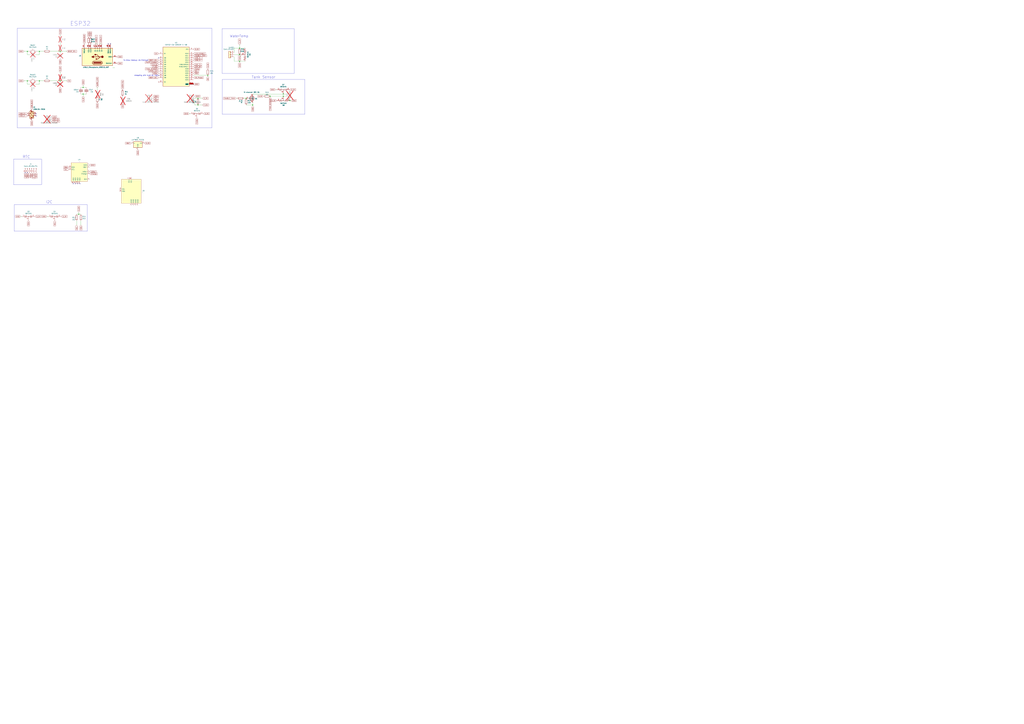
<source format=kicad_sch>
(kicad_sch (version 20250114) (generator "eeschema") (generator_version "9.0")
  (paper "A0")
  (title_block (title "Plant Controller") (date "2020-12-21") (rev "0.4a") (company "C3MA"))
  (lib_symbols
    (symbol "Connector:Conn_01x06_Pin" (pin_names (offset 1.016) (hide yes))
      (property "Reference" "J" (at 0 7.62 0))
      (property "Value" "Conn_01x06_Pin" (at 0 -10.16 0))
      (symbol "Conn_01x06_Pin_1_1"
        (rectangle (start 0.8636 5.207) (end 0 4.953) (stroke (width 0.1524)) (fill (type outline)))
        (rectangle (start 0.8636 2.667) (end 0 2.413) (stroke (width 0.1524)) (fill (type outline)))
        (rectangle (start 0.8636 0.127) (end 0 -0.127) (stroke (width 0.1524)) (fill (type outline)))
        (rectangle (start 0.8636 -2.413) (end 0 -2.667) (stroke (width 0.1524)) (fill (type outline)))
        (rectangle (start 0.8636 -4.953) (end 0 -5.207) (stroke (width 0.1524)) (fill (type outline)))
        (rectangle (start 0.8636 -7.493) (end 0 -7.747) (stroke (width 0.1524)) (fill (type outline)))
        (polyline (pts (xy 1.27 5.08) (xy 0.8636 5.08)) (stroke (width 0.1524)))
        (polyline (pts (xy 1.27 2.54) (xy 0.8636 2.54)) (stroke (width 0.1524)))
        (polyline (pts (xy 1.27 0) (xy 0.8636 0)) (stroke (width 0.1524)))
        (polyline (pts (xy 1.27 -2.54) (xy 0.8636 -2.54)) (stroke (width 0.1524)))
        (polyline (pts (xy 1.27 -5.08) (xy 0.8636 -5.08)) (stroke (width 0.1524)))
        (polyline (pts (xy 1.27 -7.62) (xy 0.8636 -7.62)) (stroke (width 0.1524)))
        (pin passive line (at 5.08 5.08 180) (length 3.81) (name "Pin_1") (number "1"))
        (pin passive line (at 5.08 2.54 180) (length 3.81) (name "Pin_2") (number "2"))
        (pin passive line (at 5.08 0 180) (length 3.81) (name "Pin_3") (number "3"))
        (pin passive line (at 5.08 -2.54 180) (length 3.81) (name "Pin_4") (number "4"))
        (pin passive line (at 5.08 -5.08 180) (length 3.81) (name "Pin_5") (number "5"))
        (pin passive line (at 5.08 -7.62 180) (length 3.81) (name "Pin_6") (number "6"))
      )
    )
    (symbol "Connector:USB_C_Receptacle_USB2.0_16P" (pin_names (offset 1.016))
      (property "Reference" "J" (at 0 22.225 0))
      (property "Value" "USB_C_Receptacle_USB2.0_16P" (at 0 19.685 0))
      (symbol "USB_C_Receptacle_USB2.0_16P_0_0"
        (rectangle (start -0.254 -17.78) (end 0.254 -16.764))
        (rectangle (start 10.16 15.494) (end 9.144 14.986))
        (rectangle (start 10.16 10.414) (end 9.144 9.906))
        (rectangle (start 10.16 7.874) (end 9.144 7.366))
        (rectangle (start 10.16 2.794) (end 9.144 2.286))
        (rectangle (start 10.16 0.254) (end 9.144 -0.254))
        (rectangle (start 10.16 -2.286) (end 9.144 -2.794))
        (rectangle (start 10.16 -4.826) (end 9.144 -5.334))
        (rectangle (start 10.16 -12.446) (end 9.144 -12.954))
        (rectangle (start 10.16 -14.986) (end 9.144 -15.494))
      )
      (symbol "USB_C_Receptacle_USB2.0_16P_0_1"
        (rectangle (start -10.16 17.78) (end 10.16 -17.78) (stroke (width 0.254)) (fill (type background)))
        (polyline (pts (xy -8.89 -3.81) (xy -8.89 3.81)) (stroke (width 0.508)))
        (rectangle (start -7.62 -3.81) (end -6.35 3.81) (stroke (width 0.254)) (fill (type outline)))
        (arc (start -7.62 3.81) (mid -6.985 4.4423) (end -6.35 3.81) (stroke (width 0.254)))
        (arc (start -7.62 3.81) (mid -6.985 4.4423) (end -6.35 3.81) (stroke (width 0.254)) (fill (type outline)))
        (arc (start -8.89 3.81) (mid -6.985 5.7067) (end -5.08 3.81) (stroke (width 0.508)))
        (arc (start -5.08 -3.81) (mid -6.985 -5.7067) (end -8.89 -3.81) (stroke (width 0.508)))
        (arc (start -6.35 -3.81) (mid -6.985 -4.4423) (end -7.62 -3.81) (stroke (width 0.254)))
        (arc (start -6.35 -3.81) (mid -6.985 -4.4423) (end -7.62 -3.81) (stroke (width 0.254)) (fill (type outline)))
        (polyline (pts (xy -5.08 3.81) (xy -5.08 -3.81)) (stroke (width 0.508)))
        (circle (center -2.54 1.143) (radius 0.635) (stroke (width 0.254)) (fill (type outline)))
        (polyline (pts (xy -1.27 4.318) (xy 0 6.858) (xy 1.27 4.318) (xy -1.27 4.318)) (stroke (width 0.254)) (fill (type outline)))
        (polyline (pts (xy 0 -2.032) (xy 2.54 0.508) (xy 2.54 1.778)) (stroke (width 0.508)))
        (polyline (pts (xy 0 -3.302) (xy -2.54 -0.762) (xy -2.54 0.508)) (stroke (width 0.508)))
        (polyline (pts (xy 0 -5.842) (xy 0 4.318)) (stroke (width 0.508)))
        (circle (center 0 -5.842) (radius 1.27) (fill (type outline)))
        (rectangle (start 1.905 1.778) (end 3.175 3.048) (stroke (width 0.254)) (fill (type outline)))
      )
      (symbol "USB_C_Receptacle_USB2.0_16P_1_1"
        (pin passive line (at -7.62 -22.86 90) (length 5.08) (name "SHIELD") (number "S1"))
        (pin passive line (at 0 -22.86 90) (length 5.08) (name "GND") (number "A1"))
        (pin passive line (at 0 -22.86 90) (length 5.08) (hide yes) (name "GND") (number "A12"))
        (pin passive line (at 0 -22.86 90) (length 5.08) (hide yes) (name "GND") (number "B1"))
        (pin passive line (at 0 -22.86 90) (length 5.08) (hide yes) (name "GND") (number "B12"))
        (pin passive line (at 15.24 15.24 180) (length 5.08) (name "VBUS") (number "A4"))
        (pin passive line (at 15.24 15.24 180) (length 5.08) (hide yes) (name "VBUS") (number "A9"))
        (pin passive line (at 15.24 15.24 180) (length 5.08) (hide yes) (name "VBUS") (number "B4"))
        (pin passive line (at 15.24 15.24 180) (length 5.08) (hide yes) (name "VBUS") (number "B9"))
        (pin bidirectional line (at 15.24 10.16 180) (length 5.08) (name "CC1") (number "A5"))
        (pin bidirectional line (at 15.24 7.62 180) (length 5.08) (name "CC2") (number "B5"))
        (pin bidirectional line (at 15.24 2.54 180) (length 5.08) (name "D-") (number "A7"))
        (pin bidirectional line (at 15.24 0 180) (length 5.08) (name "D-") (number "B7"))
        (pin bidirectional line (at 15.24 -2.54 180) (length 5.08) (name "D+") (number "A6"))
        (pin bidirectional line (at 15.24 -5.08 180) (length 5.08) (name "D+") (number "B6"))
        (pin bidirectional line (at 15.24 -12.7 180) (length 5.08) (name "SBU1") (number "A8"))
        (pin bidirectional line (at 15.24 -15.24 180) (length 5.08) (name "SBU2") (number "B8"))
      )
    )
    (symbol "Connector_Generic:Conn_01x03" (pin_names (offset 1.016) (hide yes))
      (property "Reference" "J" (at 0 5.08 0))
      (property "Value" "Conn_01x03" (at 0 -5.08 0))
      (symbol "Conn_01x03_1_1"
        (rectangle (start -1.27 3.81) (end 1.27 -3.81) (stroke (width 0.254)) (fill (type background)))
        (rectangle (start -1.27 2.667) (end 0 2.413) (stroke (width 0.1524)))
        (rectangle (start -1.27 0.127) (end 0 -0.127) (stroke (width 0.1524)))
        (rectangle (start -1.27 -2.413) (end 0 -2.667) (stroke (width 0.1524)))
        (pin passive line (at -5.08 2.54 0) (length 3.81) (name "Pin_1") (number "1"))
        (pin passive line (at -5.08 0 0) (length 3.81) (name "Pin_2") (number "2"))
        (pin passive line (at -5.08 -2.54 0) (length 3.81) (name "Pin_3") (number "3"))
      )
    )
    (symbol "Connector_Generic_MountingPin:Conn_01x02_MountingPin" (pin_names (offset 1.016) (hide yes))
      (property "Reference" "J" (at 0 2.54 0))
      (property "Value" "Conn_01x02_MountingPin" (at 1.27 -5.08 0))
      (symbol "Conn_01x02_MountingPin_1_1"
        (rectangle (start -1.27 1.27) (end 1.27 -3.81) (stroke (width 0.254)) (fill (type background)))
        (rectangle (start -1.27 0.127) (end 0 -0.127) (stroke (width 0.1524)))
        (rectangle (start -1.27 -2.413) (end 0 -2.667) (stroke (width 0.1524)))
        (polyline (pts (xy -1.016 -4.572) (xy 1.016 -4.572)) (stroke (width 0.1524)))
        (text "Mounting" (at 0 -4.191 0) (effects (font (size 0.381 0.381))))
        (pin passive line (at -5.08 0 0) (length 3.81) (name "Pin_1") (number "1"))
        (pin passive line (at -5.08 -2.54 0) (length 3.81) (name "Pin_2") (number "2"))
        (pin passive line (at 0 -7.62 90) (length 3.048) (name "MountPin") (number "MP"))
      )
    )
    (symbol "Device:C" (pin_numbers (hide yes)) (pin_names (offset 0.254))
      (property "Reference" "C" (at 0.635 2.54 0))
      (property "Value" "C" (at 0.635 -2.54 0))
      (symbol "C_0_1"
        (polyline (pts (xy -2.032 0.762) (xy 2.032 0.762)) (stroke (width 0.508)))
        (polyline (pts (xy -2.032 -0.762) (xy 2.032 -0.762)) (stroke (width 0.508)))
      )
      (symbol "C_1_1"
        (pin passive line (at 0 3.81 270) (length 2.794) (name "~") (number "1"))
        (pin passive line (at 0 -3.81 90) (length 2.794) (name "~") (number "2"))
      )
    )
    (symbol "Device:LED" (pin_numbers (hide yes)) (pin_names (offset 1.016) (hide yes))
      (property "Reference" "D" (at 0 2.54 0))
      (property "Value" "LED" (at 0 -2.54 0))
      (symbol "LED_0_1"
        (polyline (pts (xy -3.048 -0.762) (xy -4.572 -2.286) (xy -3.81 -2.286) (xy -4.572 -2.286) (xy -4.572 -1.524)))
        (polyline (pts (xy -1.778 -0.762) (xy -3.302 -2.286) (xy -2.54 -2.286) (xy -3.302 -2.286) (xy -3.302 -1.524)))
        (polyline (pts (xy -1.27 0) (xy 1.27 0)))
        (polyline (pts (xy -1.27 -1.27) (xy -1.27 1.27)) (stroke (width 0.254)))
        (polyline (pts (xy 1.27 -1.27) (xy 1.27 1.27) (xy -1.27 0) (xy 1.27 -1.27)) (stroke (width 0.254)))
      )
      (symbol "LED_1_1"
        (pin passive line (at -3.81 0 0) (length 2.54) (name "K") (number "1"))
        (pin passive line (at 3.81 0 180) (length 2.54) (name "A") (number "2"))
      )
    )
    (symbol "Device:R" (pin_numbers (hide yes)) (pin_names (offset 0))
      (property "Reference" "R" (at 2.032 0 90))
      (property "Value" "R" (at 0 0 90))
      (symbol "R_0_1"
        (rectangle (start -1.016 -2.54) (end 1.016 2.54) (stroke (width 0.254)))
      )
      (symbol "R_1_1"
        (pin passive line (at 0 3.81 270) (length 1.27) (name "~") (number "1"))
        (pin passive line (at 0 -3.81 90) (length 1.27) (name "~") (number "2"))
      )
    )
    (symbol "Diode:BAS40-04" (pin_names (offset 1.016))
      (property "Reference" "D" (at 0.635 -1.27 0))
      (property "Value" "BAS40-04" (at -6.35 5.715 0))
      (symbol "BAS40-04_0_1"
        (polyline (pts (xy -4.445 3.81) (xy -4.445 1.27) (xy -2.54 2.54) (xy -4.445 3.81)))
        (polyline (pts (xy -3.81 2.54) (xy -1.27 2.54)))
        (polyline (pts (xy -3.175 1.27) (xy -3.175 1.524)))
        (polyline (pts (xy -2.54 3.81) (xy -1.905 3.81)))
        (polyline (pts (xy -2.54 1.27) (xy -3.175 1.27)))
        (polyline (pts (xy -2.54 1.27) (xy -2.54 3.81)))
        (polyline (pts (xy -1.905 3.81) (xy -1.905 3.556)))
        (polyline (pts (xy -1.905 2.54) (xy 1.905 2.54)))
        (circle (center 0 2.54) (radius 0.254) (fill (type outline)))
        (polyline (pts (xy 1.27 2.54) (xy 3.81 2.54)))
        (polyline (pts (xy 1.905 3.81) (xy 1.905 1.27) (xy 3.81 2.54) (xy 1.905 3.81)))
        (polyline (pts (xy 3.175 1.27) (xy 3.175 1.524)))
        (polyline (pts (xy 3.81 3.81) (xy 4.445 3.81)))
        (polyline (pts (xy 3.81 1.27) (xy 3.175 1.27)))
        (polyline (pts (xy 3.81 1.27) (xy 3.81 3.81)))
        (polyline (pts (xy 4.445 3.81) (xy 4.445 3.556)))
      )
      (symbol "BAS40-04_1_1"
        (pin passive line (at -7.62 2.54 0) (length 3.81) (name "~") (number "1"))
        (pin passive line (at 0 -2.54 90) (length 5.08) (name "~") (number "3"))
        (pin passive line (at 7.62 2.54 180) (length 3.81) (name "~") (number "2"))
      )
    )
    (symbol "ESP32-C6-WROOM-1-N8:ESP32-C6-WROOM-1-N8" (pin_names (offset 1.016))
      (property "Reference" "U" (at -15.24 23.622 0))
      (property "Value" "ESP32-C6-WROOM-1-N8" (at -15.24 -25.4 0))
      (symbol "ESP32-C6-WROOM-1-N8_0_0"
        (rectangle (start -15.24 -22.86) (end 15.24 22.86) (stroke (width 0.254)) (fill (type background)))
        (pin input line (at -20.32 15.24 0) (length 5.08) (name "EN") (number "3"))
        (pin bidirectional line (at -20.32 10.16 0) (length 5.08) (name "IO0") (number "8"))
        (pin bidirectional line (at -20.32 7.62 0) (length 5.08) (name "IO1") (number "9"))
        (pin bidirectional line (at -20.32 5.08 0) (length 5.08) (name "IO2") (number "27"))
        (pin bidirectional line (at -20.32 2.54 0) (length 5.08) (name "IO3") (number "26"))
        (pin bidirectional line (at -20.32 0 0) (length 5.08) (name "IO4") (number "4"))
        (pin bidirectional line (at -20.32 -2.54 0) (length 5.08) (name "IO5") (number "5"))
        (pin bidirectional line (at -20.32 -5.08 0) (length 5.08) (name "IO6") (number "6"))
        (pin bidirectional line (at -20.32 -7.62 0) (length 5.08) (name "IO7") (number "7"))
        (pin bidirectional line (at -20.32 -10.16 0) (length 5.08) (name "IO8") (number "10"))
        (pin bidirectional line (at -20.32 -12.7 0) (length 5.08) (name "IO9") (number "15"))
        (pin no_connect line (at -20.32 -17.78 0) (length 5.08) (name "NC") (number "22"))
        (pin power_in line (at 20.32 20.32 180) (length 5.08) (name "3V3") (number "2"))
        (pin bidirectional line (at 20.32 15.24 180) (length 5.08) (name "IO10") (number "11"))
        (pin bidirectional line (at 20.32 12.7 180) (length 5.08) (name "IO11") (number "12"))
        (pin bidirectional line (at 20.32 10.16 180) (length 5.08) (name "IO12") (number "13"))
        (pin bidirectional line (at 20.32 7.62 180) (length 5.08) (name "IO13") (number "14"))
        (pin bidirectional line (at 20.32 5.08 180) (length 5.08) (name "IO15") (number "23"))
        (pin bidirectional line (at 20.32 2.54 180) (length 5.08) (name "TXD0/GPIO16") (number "25"))
        (pin bidirectional line (at 20.32 0 180) (length 5.08) (name "RXD0/GPIO17") (number "24"))
        (pin bidirectional line (at 20.32 -2.54 180) (length 5.08) (name "IO18") (number "16"))
        (pin bidirectional line (at 20.32 -5.08 180) (length 5.08) (name "IO19") (number "17"))
        (pin bidirectional line (at 20.32 -7.62 180) (length 5.08) (name "IO20") (number "18"))
        (pin bidirectional line (at 20.32 -10.16 180) (length 5.08) (name "IO21") (number "19"))
        (pin bidirectional line (at 20.32 -12.7 180) (length 5.08) (name "IO22") (number "20"))
        (pin bidirectional line (at 20.32 -15.24 180) (length 5.08) (name "IO23") (number "21"))
        (pin power_in line (at 20.32 -20.32 180) (length 5.08) (name "GND") (number "1"))
        (pin power_in line (at 20.32 -20.32 180) (length 5.08) (name "GND") (number "28"))
        (pin power_in line (at 20.32 -20.32 180) (length 5.08) (name "GND") (number "29_1"))
        (pin power_in line (at 20.32 -20.32 180) (length 5.08) (name "GND") (number "29_2"))
        (pin power_in line (at 20.32 -20.32 180) (length 5.08) (name "GND") (number "29_3"))
        (pin power_in line (at 20.32 -20.32 180) (length 5.08) (name "GND") (number "29_4"))
        (pin power_in line (at 20.32 -20.32 180) (length 5.08) (name "GND") (number "29_5"))
        (pin power_in line (at 20.32 -20.32 180) (length 5.08) (name "GND") (number "29_6"))
        (pin power_in line (at 20.32 -20.32 180) (length 5.08) (name "GND") (number "29_7"))
        (pin power_in line (at 20.32 -20.32 180) (length 5.08) (name "GND") (number "29_8"))
        (pin power_in line (at 20.32 -20.32 180) (length 5.08) (name "GND") (number "29_9"))
      )
      (symbol "ESP32-C6-WROOM-1-N8_1_0"
        (pin power_in line (at 20.32 -20.32 180) (length 5.08) (name "GND") (number "30_1"))
        (pin power_in line (at 20.32 -20.32 180) (length 5.08) (name "GND") (number "30_10"))
        (pin power_in line (at 20.32 -20.32 180) (length 5.08) (name "GND") (number "30_11"))
        (pin power_in line (at 20.32 -20.32 180) (length 5.08) (name "GND") (number "30_12"))
        (pin power_in line (at 20.32 -20.32 180) (length 5.08) (name "GND") (number "30_2"))
        (pin power_in line (at 20.32 -20.32 180) (length 5.08) (name "GND") (number "30_3"))
        (pin power_in line (at 20.32 -20.32 180) (length 5.08) (name "GND") (number "30_4"))
        (pin power_in line (at 20.32 -20.32 180) (length 5.08) (name "GND") (number "30_5"))
        (pin power_in line (at 20.32 -20.32 180) (length 5.08) (name "GND") (number "30_6"))
        (pin power_in line (at 20.32 -20.32 180) (length 5.08) (name "GND") (number "30_7"))
        (pin power_in line (at 20.32 -20.32 180) (length 5.08) (name "GND") (number "30_8"))
        (pin power_in line (at 20.32 -20.32 180) (length 5.08) (name "GND") (number "30_9"))
      )
    )
    (symbol "ESP32-DEVKITC-32D:SL2300" (pin_names (offset 1.016))
      (property "Reference" "Q" (at 0 0 0))
      (property "Value" "SL2300" (at 7.62 0 0))
      (symbol "SL2300_1_1"
        (polyline (pts (xy -1.016 1.905) (xy -1.016 -1.905)) (stroke (width 0.254)))
        (polyline (pts (xy -1.016 0) (xy -3.81 0)))
        (polyline (pts (xy -0.508 2.286) (xy -0.508 1.27)) (stroke (width 0.254)))
        (polyline (pts (xy -0.508 0.508) (xy -0.508 -0.508)) (stroke (width 0.254)))
        (polyline (pts (xy -0.508 -1.27) (xy -0.508 -2.286)) (stroke (width 0.254)))
        (polyline (pts (xy -0.508 -1.778) (xy 2.032 -1.778) (xy 2.032 1.778) (xy -0.508 1.778)))
        (polyline (pts (xy -0.254 0) (xy 0.762 0.381) (xy 0.762 -0.381) (xy -0.254 0)) (fill (type outline)))
        (circle (center 0.381 0) (radius 2.794) (stroke (width 0.254)))
        (polyline (pts (xy 1.27 2.54) (xy 1.27 1.778)))
        (circle (center 1.27 1.778) (radius 0.254) (fill (type outline)))
        (circle (center 1.27 -1.778) (radius 0.254) (fill (type outline)))
        (polyline (pts (xy 1.27 -2.54) (xy 1.27 0) (xy -0.508 0)))
        (polyline (pts (xy 1.524 0.508) (xy 1.651 0.381) (xy 2.413 0.381) (xy 2.54 0.254)))
        (polyline (pts (xy 2.032 0.381) (xy 1.651 -0.254) (xy 2.413 -0.254) (xy 2.032 0.381)))
        (pin input line (at -6.35 0 0) (length 2.54) (name "G") (number "1"))
        (pin passive line (at 1.27 5.08 270) (length 2.54) (name "D") (number "3"))
        (pin passive line (at 1.27 -5.08 90) (length 2.54) (name "S") (number "2"))
      )
    )
    (symbol "MPPT:MPPT"
      (property "Reference" "U" (at 0 0 0))
      (symbol "MPPT_1_1"
        (rectangle (start -10.16 -1.27) (end 8.89 -22.86) (fill (type background)))
        (pin input line (at -12.7 -6.35 0) (length 2.54) (name "SDA") (number "6"))
        (pin input line (at -12.7 -8.89 0) (length 2.54) (name "SCL") (number "5"))
        (pin power_out line (at -7.62 -25.4 90) (length 2.54) (name "GND") (number "8"))
        (pin power_out line (at -5.08 -25.4 90) (length 2.54) (name "GND") (number "9"))
        (pin power_out line (at -2.54 -25.4 90) (length 2.54) (name "GND") (number "10"))
        (pin power_out line (at 0 -25.4 90) (length 2.54) (name "GND") (number "11"))
        (pin power_out line (at 11.43 -3.81 180) (length 2.54) (name "GND") (number "7"))
        (pin power_out line (at 11.43 -6.35 180) (length 2.54) (name "VBAT") (number "1"))
        (pin output line (at 11.43 -11.43 180) (length 2.54) (name "IsDay") (number "2"))
        (pin input line (at 11.43 -13.97 180) (length 2.54) (name "Charge") (number "3"))
        (pin input line (at 11.43 -20.32 180) (length 2.54) (name "3V3") (number "4"))
      )
    )
    (symbol "Modules:Pump_Output"
      (property "Reference" "U" (at -6.35 15.24 0))
      (symbol "Pump_Output_1_1"
        (rectangle (start -12.7 12.7) (end 10.16 -15.24) (fill (type background)))
        (pin bidirectional line (at -15.24 1.27 0) (length 2.54) (name "SCL") (number "5"))
        (pin bidirectional line (at -15.24 -1.27 0) (length 2.54) (name "SDA") (number "6"))
        (pin power_in line (at -3.81 15.24 270) (length 2.54) (name "3V3") (number "7"))
        (pin power_in line (at -1.27 15.24 270) (length 2.54) (name "VCC") (number "8"))
        (pin power_in line (at -1.27 -17.78 90) (length 2.54) (name "GND") (number "1"))
        (pin power_in line (at 1.27 -17.78 90) (length 2.54) (name "GND") (number "2"))
        (pin power_in line (at 3.81 -17.78 90) (length 2.54) (name "GND") (number "3"))
        (pin power_in line (at 6.35 -17.78 90) (length 2.54) (name "GND") (number "4"))
      )
    )
    (symbol "Power_Protection:USBLC6-2SC6" (pin_names (hide yes))
      (property "Reference" "U" (at 0.635 5.715 0))
      (property "Value" "USBLC6-2SC6" (at 0.635 3.81 0))
      (symbol "USBLC6-2SC6_0_0"
        (circle (center -1.524 0) (radius 0.0001) (stroke (width 0.508)))
        (circle (center -0.508 2.032) (radius 0.0001) (stroke (width 0.508)))
        (circle (center -0.508 -4.572) (radius 0.0001) (stroke (width 0.508)))
        (circle (center 0.508 2.032) (radius 0.0001) (stroke (width 0.508)))
        (circle (center 0.508 -4.572) (radius 0.0001) (stroke (width 0.508)))
        (circle (center 1.524 -2.54) (radius 0.0001) (stroke (width 0.508)))
      )
      (symbol "USBLC6-2SC6_0_1"
        (polyline (pts (xy -2.54 0) (xy 2.54 0)))
        (polyline (pts (xy -2.54 -2.54) (xy 2.54 -2.54)))
        (polyline (pts (xy -2.032 0.508) (xy -1.016 0.508) (xy -1.524 1.524) (xy -2.032 0.508)))
        (polyline (pts (xy -2.032 -3.048) (xy -1.016 -3.048)))
        (polyline (pts (xy -1.016 1.524) (xy -2.032 1.524)))
        (polyline (pts (xy -1.016 -4.064) (xy -2.032 -4.064) (xy -1.524 -3.048) (xy -1.016 -4.064)))
        (polyline (pts (xy -0.508 -1.143) (xy -0.508 -0.762) (xy 0.508 -0.762)))
        (polyline (pts (xy 0 2.54) (xy -0.508 2.032) (xy 0.508 2.032) (xy 0 1.524) (xy 0 -4.064) (xy -0.508 -4.572) (xy 0.508 -4.572) (xy 0 -5.08)))
        (polyline (pts (xy 0.508 -1.778) (xy -0.508 -1.778) (xy 0 -0.762) (xy 0.508 -1.778)))
        (polyline (pts (xy 1.016 1.524) (xy 2.032 1.524)))
        (polyline (pts (xy 1.016 -3.048) (xy 2.032 -3.048)))
        (polyline (pts (xy 2.032 0.508) (xy 1.016 0.508) (xy 1.524 1.524) (xy 2.032 0.508)))
        (polyline (pts (xy 2.032 -4.064) (xy 1.016 -4.064) (xy 1.524 -3.048) (xy 2.032 -4.064)))
      )
      (symbol "USBLC6-2SC6_1_1"
        (rectangle (start -2.54 2.794) (end 2.54 -5.334) (stroke (width 0.254)) (fill (type background)))
        (polyline (pts (xy -0.508 2.032) (xy -1.524 2.032) (xy -1.524 -4.572) (xy -0.508 -4.572)))
        (polyline (pts (xy 0.508 -4.572) (xy 1.524 -4.572) (xy 1.524 2.032) (xy 0.508 2.032)))
        (pin passive line (at -5.08 0 0) (length 2.54) (name "I/O1") (number "1"))
        (pin passive line (at -5.08 -2.54 0) (length 2.54) (name "I/O2") (number "3"))
        (pin passive line (at 0 5.08 270) (length 2.54) (name "VBUS") (number "5"))
        (pin passive line (at 0 -7.62 90) (length 2.54) (name "GND") (number "2"))
        (pin passive line (at 5.08 0 180) (length 2.54) (name "I/O1") (number "6"))
        (pin passive line (at 5.08 -2.54 180) (length 2.54) (name "I/O2") (number "4"))
      )
    )
    (symbol "Regulator_Linear:LM7805_TO220" (pin_names (offset 0.254))
      (property "Reference" "U" (at -3.81 3.175 0))
      (property "Value" "LM7805_TO220" (at 0 3.175 0))
      (symbol "LM7805_TO220_0_1"
        (rectangle (start -5.08 1.905) (end 5.08 -5.08) (stroke (width 0.254)) (fill (type background)))
      )
      (symbol "LM7805_TO220_1_1"
        (pin power_in line (at -7.62 0 0) (length 2.54) (name "VI") (number "1"))
        (pin power_in line (at 0 -7.62 90) (length 2.54) (name "GND") (number "2"))
        (pin power_out line (at 7.62 0 180) (length 2.54) (name "VO") (number "3"))
      )
    )
    (symbol "Switch:SW_Push" (pin_numbers (hide yes)) (pin_names (offset 1.016) (hide yes))
      (property "Reference" "SW" (at 1.27 2.54 0))
      (property "Value" "SW_Push" (at 0 -1.524 0))
      (symbol "SW_Push_0_1"
        (circle (center -2.032 0) (radius 0.508))
        (polyline (pts (xy 0 1.27) (xy 0 3.048)))
        (circle (center 2.032 0) (radius 0.508))
        (polyline (pts (xy 2.54 1.27) (xy -2.54 1.27)))
        (pin passive line (at -5.08 0 0) (length 2.54) (name "1") (number "1"))
        (pin passive line (at 5.08 0 180) (length 2.54) (name "2") (number "2"))
      )
    )
  )
  (rectangle (start 16.51 237.744) (end 101.346 268.732))
  (rectangle (start 257.81 33.274) (end 341.63 85.344))
  (rectangle (start 20.066 32.766) (end 246.126 148.59))
  (rectangle (start 257.937 92.329) (end 354.076 132.715))
  (rectangle (start 15.748 184.912) (end 48.26 214.63))
  (text "To Allow Wakeup via interrupt" (at 157.734 70.104 0) (effects (font (size 1.27 1.27))))
  (text "ESP32" (at 81.28 30.48 0) (effects (font (size 5 5)) (justify left bottom)))
  (text "Tank Sensor" (at 292.1 91.44 0) (effects (font (size 3 3)) (justify left bottom)))
  (text "WaterTemp" (at 266.954 43.688 0) (effects (font (size 2.667 2.667)) (justify left bottom)))
  (text "strapping pint must be high" (at 169.672 87.63 0) (effects (font (size 1.27 1.27))))
  (text "I2C\n" (at 53.34 236.728 0) (effects (font (size 3 3)) (justify left bottom)))
  (text "RTC" (at 26.416 184.15 0) (effects (font (size 3 3)) (justify left bottom)))
  (junction (at 31.75 59.69))
  (junction (at 336.55 116.84))
  (junction (at 69.85 59.69))
  (junction (at 278.13 63.5))
  (junction (at 91.44 248.92))
  (junction (at 229.87 121.92))
  (junction (at 241.3 87.63))
  (junction (at 45.72 59.69))
  (junction (at 293.37 121.92))
  (junction (at 285.75 114.3))
  (junction (at 328.93 109.22))
  (junction (at 45.72 93.98))
  (junction (at 31.75 93.98))
  (junction (at 313.69 111.76))
  (junction (at 278.13 71.12))
  (junction (at 229.87 114.3))
  (junction (at 328.93 111.76))
  (junction (at 278.13 55.88))
  (junction (at 96.52 109.22))
  (junction (at 69.85 93.98))
  (junction (at 96.52 101.6))
  (no_connect (at 31.75 200.66))
  (no_connect (at 128.27 50.8))
  (no_connect (at 87.63 213.36))
  (no_connect (at 184.15 67.31))
  (no_connect (at 41.91 134.62))
  (no_connect (at 90.17 213.36))
  (no_connect (at 85.09 213.36))
  (no_connect (at 29.21 200.66))
  (no_connect (at 125.73 50.8))
  (no_connect (at 92.71 213.36))
  (no_connect (at 41.91 132.08))
  (no_connect (at 184.15 87.63))
  (wire (pts (xy 115.57 50.8) (xy 118.11 50.8)))
  (wire (pts (xy 41.91 63.5) (xy 45.72 63.5)))
  (wire (pts (xy 96.52 109.22) (xy 96.52 111.76)))
  (wire (pts (xy 43.18 59.69) (xy 45.72 59.69)))
  (wire (pts (xy 229.87 114.3) (xy 234.95 114.3)))
  (wire (pts (xy 69.85 93.98) (xy 77.47 93.98)))
  (wire (pts (xy 130.81 78.74) (xy 133.35 78.74)))
  (wire (pts (xy 275.59 114.3) (xy 274.32 114.3)))
  (wire (pts (xy 241.3 87.63) (xy 241.3 88.9)))
  (wire (pts (xy 34.29 97.79) (xy 31.75 97.79)))
  (wire (pts (xy 45.72 63.5) (xy 45.72 59.69)))
  (wire (pts (xy 278.13 52.07) (xy 278.13 55.88)))
  (wire (pts (xy 110.49 50.8) (xy 113.03 50.8)))
  (wire (pts (xy 96.52 101.6) (xy 100.33 101.6)))
  (wire (pts (xy 226.06 114.3) (xy 229.87 114.3)))
  (wire (pts (xy 271.78 55.88) (xy 278.13 55.88)))
  (wire (pts (xy 320.04 104.14) (xy 321.31 104.14)))
  (wire (pts (xy 31.75 59.69) (xy 33.02 59.69)))
  (wire (pts (xy 69.85 86.36) (xy 69.85 83.82)))
  (wire (pts (xy 224.79 87.63) (xy 241.3 87.63)))
  (wire (pts (xy 69.85 59.69) (xy 77.47 59.69)))
  (wire (pts (xy 31.75 93.98) (xy 31.75 97.79)))
  (wire (pts (xy 45.72 59.69) (xy 50.8 59.69)))
  (wire (pts (xy 69.85 49.53) (xy 69.85 52.07)))
  (wire (pts (xy 293.37 109.22) (xy 328.93 109.22)))
  (wire (pts (xy 219.71 132.08) (xy 220.98 132.08)))
  (wire (pts (xy 226.06 116.84) (xy 226.06 121.92)))
  (wire (pts (xy 27.94 93.98) (xy 31.75 93.98)))
  (wire (pts (xy 69.85 59.69) (xy 69.85 60.96)))
  (wire (pts (xy 91.44 246.38) (xy 91.44 248.92)))
  (wire (pts (xy 96.52 99.06) (xy 96.52 101.6)))
  (wire (pts (xy 93.98 101.6) (xy 96.52 101.6)))
  (wire (pts (xy 45.72 93.98) (xy 45.72 97.79)))
  (wire (pts (xy 34.29 63.5) (xy 31.75 63.5)))
  (wire (pts (xy 31.75 93.98) (xy 33.02 93.98)))
  (wire (pts (xy 271.78 71.12) (xy 278.13 71.12)))
  (wire (pts (xy 93.98 109.22) (xy 96.52 109.22)))
  (wire (pts (xy 278.13 63.5) (xy 279.4 63.5)))
  (wire (pts (xy 24.13 251.46) (xy 25.4 251.46)))
  (wire (pts (xy 113.03 101.6) (xy 113.03 104.14)))
  (wire (pts (xy 271.78 66.04) (xy 271.78 71.12)))
  (wire (pts (xy 285.75 121.92) (xy 293.37 121.92)))
  (wire (pts (xy 293.37 121.92) (xy 293.37 123.19)))
  (wire (pts (xy 88.9 256.54) (xy 88.9 261.62)))
  (wire (pts (xy 226.06 121.92) (xy 229.87 121.92)))
  (wire (pts (xy 278.13 71.12) (xy 284.48 71.12)))
  (wire (pts (xy 93.98 261.62) (xy 93.98 256.54)))
  (wire (pts (xy 58.42 93.98) (xy 69.85 93.98)))
  (wire (pts (xy 45.72 93.98) (xy 50.8 93.98)))
  (wire (pts (xy 229.87 121.92) (xy 234.95 121.92)))
  (wire (pts (xy 41.91 97.79) (xy 45.72 97.79)))
  (wire (pts (xy 43.18 93.98) (xy 45.72 93.98)))
  (wire (pts (xy 293.37 121.92) (xy 293.37 119.38)))
  (wire (pts (xy 278.13 71.12) (xy 278.13 72.39)))
  (wire (pts (xy 278.13 55.88) (xy 284.48 55.88)))
  (wire (pts (xy 31.75 63.5) (xy 31.75 59.69)))
  (wire (pts (xy 27.94 59.69) (xy 31.75 59.69)))
  (wire (pts (xy 313.69 111.76) (xy 313.69 113.03)))
  (wire (pts (xy 69.85 40.64) (xy 69.85 41.91)))
  (wire (pts (xy 271.78 60.96) (xy 271.78 55.88)))
  (wire (pts (xy 328.93 111.76) (xy 331.47 111.76)))
  (wire (pts (xy 283.21 114.3) (xy 285.75 114.3)))
  (wire (pts (xy 54.61 251.46) (xy 55.88 251.46)))
  (wire (pts (xy 313.69 111.76) (xy 328.93 111.76)))
  (wire (pts (xy 58.42 59.69) (xy 69.85 59.69)))
  (wire (pts (xy 328.93 109.22) (xy 331.47 109.22)))
  (wire (pts (xy 337.82 116.84) (xy 336.55 116.84)))
  (wire (pts (xy 96.52 109.22) (xy 100.33 109.22)))
  (wire (pts (xy 88.9 248.92) (xy 91.44 248.92)))
  (wire (pts (xy 271.78 63.5) (xy 278.13 63.5)))
  (wire (pts (xy 91.44 248.92) (xy 93.98 248.92)))
  (global_label "TANK_SENSOR" (shape input) (at 184.15 80.01 180) (property "Intersheetrefs" "${INTERSHEET_REFS}" (effects (hide yes))))
  (global_label "GND" (shape input) (at 337.82 116.84 0) (property "Intersheetrefs" "${INTERSHEET_REFS}" (effects (hide yes))))
  (global_label "3_3V" (shape input) (at 321.31 116.84 180) (property "Intersheetrefs" "${INTERSHEET_REFS}" (effects (hide yes))))
  (global_label "GND" (shape input) (at 320.04 104.14 180) (property "Intersheetrefs" "${INTERSHEET_REFS}" (effects (hide yes))))
  (global_label "GND" (shape input) (at 96.52 99.06 90) (property "Intersheetrefs" "${INTERSHEET_REFS}" (effects (hide yes))))
  (global_label "GND" (shape input) (at 226.06 111.76 0) (property "Intersheetrefs" "${INTERSHEET_REFS}" (effects (hide yes))))
  (global_label "Charge" (shape input) (at 184.15 74.93 180) (property "Intersheetrefs" "${INTERSHEET_REFS}" (effects (hide yes))))
  (global_label "USB_D-" (shape input) (at 111.76 50.8 90) (property "Intersheetrefs" "${INTERSHEET_REFS}" (effects (hide yes))))
  (global_label "SDA" (shape input) (at 36.83 200.66 270) (property "Intersheetrefs" "${INTERSHEET_REFS}" (effects (hide yes))))
  (global_label "SDA" (shape input) (at 177.8 116.84 0) (property "Intersheetrefs" "${INTERSHEET_REFS}" (effects (hide yes))))
  (global_label "OE" (shape input) (at 241.3 88.9 270) (property "Intersheetrefs" "${INTERSHEET_REFS}" (effects (hide yes))))
  (global_label "GND" (shape input) (at 293.37 123.19 270) (property "Intersheetrefs" "${INTERSHEET_REFS}" (effects (hide yes))))
  (global_label "GND" (shape input) (at 24.13 251.46 180) (property "Intersheetrefs" "${INTERSHEET_REFS}" (effects (hide yes))))
  (global_label "USB_BUS" (shape input) (at 36.83 127 90) (property "Intersheetrefs" "${INTERSHEET_REFS}" (effects (hide yes))))
  (global_label "PUMP_ENABLE" (shape input) (at 184.15 72.39 180) (property "Intersheetrefs" "${INTERSHEET_REFS}" (effects (hide yes))))
  (global_label "SDA" (shape input) (at 224.79 85.09 0) (property "Intersheetrefs" "${INTERSHEET_REFS}" (effects (hide yes))))
  (global_label "GND" (shape input) (at 160.02 173.99 270) (property "Intersheetrefs" "${INTERSHEET_REFS}" (effects (hide yes))))
  (global_label "WORKING" (shape input) (at 142.24 104.14 90) (property "Intersheetrefs" "${INTERSHEET_REFS}" (effects (hide yes))))
  (global_label "FLOW" (shape input) (at 228.6 137.16 270) (property "Intersheetrefs" "${INTERSHEET_REFS}" (effects (hide yes))))
  (global_label "GND" (shape input) (at 224.79 97.79 0) (property "Intersheetrefs" "${INTERSHEET_REFS}" (effects (hide yes))))
  (global_label "GND" (shape input) (at 59.69 135.89 0) (property "Intersheetrefs" "${INTERSHEET_REFS}" (effects (hide yes))))
  (global_label "USB_D-" (shape input) (at 224.79 67.31 0) (property "Intersheetrefs" "${INTERSHEET_REFS}" (effects (hide yes))))
  (global_label "3_3V" (shape input) (at 224.79 57.15 0) (property "Intersheetrefs" "${INTERSHEET_REFS}" (effects (hide yes))))
  (global_label "GND" (shape input) (at 219.71 132.08 180) (property "Intersheetrefs" "${INTERSHEET_REFS}" (effects (hide yes))))
  (global_label "LED_ENABLE" (shape input) (at 224.79 62.23 0) (property "Intersheetrefs" "${INTERSHEET_REFS}" (effects (hide yes))))
  (global_label "GND" (shape input) (at 27.94 59.69 180) (property "Intersheetrefs" "${INTERSHEET_REFS}" (effects (hide yes))))
  (global_label "USB_D-" (shape input) (at 31.75 134.62 180) (property "Intersheetrefs" "${INTERSHEET_REFS}" (effects (hide yes))))
  (global_label "ESP_RX" (shape input) (at 59.69 140.97 0) (property "Intersheetrefs" "${INTERSHEET_REFS}" (effects (hide yes))))
  (global_label "ENABLE_TANK" (shape input) (at 224.79 64.77 0) (property "Intersheetrefs" "${INTERSHEET_REFS}" (effects (hide yes))))
  (global_label "WARN_LED" (shape input) (at 184.15 82.55 180) (property "Intersheetrefs" "${INTERSHEET_REFS}" (effects (hide yes))))
  (global_label "USB_D+" (shape input) (at 31.75 132.08 180) (property "Intersheetrefs" "${INTERSHEET_REFS}" (effects (hide yes))))
  (global_label "GND" (shape input) (at 105.41 43.18 90) (property "Intersheetrefs" "${INTERSHEET_REFS}" (effects (hide yes))))
  (global_label "3_3V" (shape input) (at 234.95 114.3 0) (property "Intersheetrefs" "${INTERSHEET_REFS}" (effects (hide yes))))
  (global_label "EN" (shape input) (at 184.15 62.23 180) (property "Intersheetrefs" "${INTERSHEET_REFS}" (effects (hide yes))))
  (global_label "SCL" (shape input) (at 177.8 114.3 0) (property "Intersheetrefs" "${INTERSHEET_REFS}" (effects (hide yes))))
  (global_label "GND" (shape input) (at 69.85 101.6 270) (property "Intersheetrefs" "${INTERSHEET_REFS}" (effects (hide yes))))
  (global_label "ENABLE_TANK" (shape input) (at 274.32 114.3 180) (property "Intersheetrefs" "${INTERSHEET_REFS}" (effects (hide yes))))
  (global_label "3_3V" (shape input) (at 306.07 111.76 180) (property "Intersheetrefs" "${INTERSHEET_REFS}" (effects (hide yes))))
  (global_label "3_3V" (shape input) (at 39.37 200.66 270) (property "Intersheetrefs" "${INTERSHEET_REFS}" (effects (hide yes))))
  (global_label "ESP_TX" (shape input) (at 224.79 74.93 0) (property "Intersheetrefs" "${INTERSHEET_REFS}" (effects (hide yes))))
  (global_label "GND" (shape input) (at 278.13 72.39 270) (property "Intersheetrefs" "${INTERSHEET_REFS}" (effects (hide yes))))
  (global_label "TANK_SENSOR" (shape input) (at 313.69 113.03 270) (property "Intersheetrefs" "${INTERSHEET_REFS}" (effects (hide yes))))
  (global_label "GND" (shape input) (at 113.03 119.38 270) (property "Intersheetrefs" "${INTERSHEET_REFS}" (effects (hide yes))))
  (global_label "GND" (shape input) (at 104.14 191.77 0) (property "Intersheetrefs" "${INTERSHEET_REFS}" (effects (hide yes))))
  (global_label "FLOW" (shape input) (at 184.15 77.47 180) (property "Intersheetrefs" "${INTERSHEET_REFS}" (effects (hide yes))))
  (global_label "FLOW" (shape input) (at 234.95 121.92 0) (property "Intersheetrefs" "${INTERSHEET_REFS}" (effects (hide yes))))
  (global_label "GND" (shape input) (at 54.61 251.46 180) (property "Intersheetrefs" "${INTERSHEET_REFS}" (effects (hide yes))))
  (global_label "3_3V" (shape input) (at 241.3 80.01 90) (property "Intersheetrefs" "${INTERSHEET_REFS}" (effects (hide yes))))
  (global_label "GND" (shape input) (at 36.83 139.7 270) (property "Intersheetrefs" "${INTERSHEET_REFS}" (effects (hide yes))))
  (global_label "SCL" (shape input) (at 34.29 200.66 270) (property "Intersheetrefs" "${INTERSHEET_REFS}" (effects (hide yes))))
  (global_label "3_3V" (shape input) (at 71.12 251.46 0) (property "Intersheetrefs" "${INTERSHEET_REFS}" (effects (hide yes))))
  (global_label "3_3V" (shape input) (at 278.13 52.07 90) (property "Intersheetrefs" "${INTERSHEET_REFS}" (effects (hide yes))))
  (global_label "EN" (shape input) (at 77.47 93.98 0) (property "Intersheetrefs" "${INTERSHEET_REFS}" (effects (hide yes))))
  (global_label "GND" (shape input) (at 69.85 68.58 270) (property "Intersheetrefs" "${INTERSHEET_REFS}" (effects (hide yes))))
  (global_label "SQW" (shape input) (at 31.75 200.66 270) (property "Intersheetrefs" "${INTERSHEET_REFS}" (effects (hide yes))))
  (global_label "ESP_RX" (shape input) (at 224.79 77.47 0) (property "Intersheetrefs" "${INTERSHEET_REFS}" (effects (hide yes))))
  (global_label "GND" (shape input) (at 102.87 43.18 90) (property "Intersheetrefs" "${INTERSHEET_REFS}" (effects (hide yes))))
  (global_label "GND" (shape input) (at 135.89 66.04 0) (property "Intersheetrefs" "${INTERSHEET_REFS}" (effects (hide yes))))
  (global_label "Temp" (shape input) (at 278.13 63.5 270) (property "Intersheetrefs" "${INTERSHEET_REFS}" (effects (hide yes))))
  (global_label "Temp" (shape input) (at 224.79 80.01 0) (property "Intersheetrefs" "${INTERSHEET_REFS}" (effects (hide yes))))
  (global_label "GND" (shape input) (at 135.89 73.66 0) (property "Intersheetrefs" "${INTERSHEET_REFS}" (effects (hide yes))))
  (global_label "USB_D+" (shape input) (at 224.79 69.85 0) (property "Intersheetrefs" "${INTERSHEET_REFS}" (effects (hide yes))))
  (global_label "3_3V" (shape input) (at 40.64 251.46 0) (property "Intersheetrefs" "${INTERSHEET_REFS}" (effects (hide yes))))
  (global_label "IsDay" (shape input) (at 104.14 199.39 0) (property "Intersheetrefs" "${INTERSHEET_REFS}" (effects (hide yes))))
  (global_label "3_3V" (shape input) (at 167.64 166.37 0) (property "Intersheetrefs" "${INTERSHEET_REFS}" (effects (hide yes))))
  (global_label "USB_D+" (shape input) (at 116.84 50.8 90) (property "Intersheetrefs" "${INTERSHEET_REFS}" (effects (hide yes))))
  (global_label "BOOT_SEL" (shape input) (at 77.47 59.69 0) (property "Intersheetrefs" "${INTERSHEET_REFS}" (effects (hide yes))))
  (global_label "SDA" (shape input) (at 80.01 194.31 180) (property "Intersheetrefs" "${INTERSHEET_REFS}" (effects (hide yes))))
  (global_label "3_3V" (shape input) (at 336.55 104.14 0) (property "Intersheetrefs" "${INTERSHEET_REFS}" (effects (hide yes))))
  (global_label "3_3V" (shape input) (at 236.22 132.08 0) (property "Intersheetrefs" "${INTERSHEET_REFS}" (effects (hide yes))))
  (global_label "Charge" (shape input) (at 104.14 201.93 0) (property "Intersheetrefs" "${INTERSHEET_REFS}" (effects (hide yes))))
  (global_label "GND" (shape input) (at 177.8 111.76 0) (property "Intersheetrefs" "${INTERSHEET_REFS}" (effects (hide yes))))
  (global_label "BOOT_SEL" (shape input) (at 184.15 69.85 180) (property "Intersheetrefs" "${INTERSHEET_REFS}" (effects (hide yes))))
  (global_label "GND" (shape input) (at 41.91 200.66 270) (property "Intersheetrefs" "${INTERSHEET_REFS}" (effects (hide yes))))
  (global_label "32K" (shape input) (at 29.21 200.66 270) (property "Intersheetrefs" "${INTERSHEET_REFS}" (effects (hide yes))))
  (global_label "WARN_LED" (shape input) (at 113.03 101.6 90) (property "Intersheetrefs" "${INTERSHEET_REFS}" (effects (hide yes))))
  (global_label "VBAT" (shape input) (at 152.4 166.37 180) (property "Intersheetrefs" "${INTERSHEET_REFS}" (effects (hide yes))))
  (global_label "SCL" (shape input) (at 224.79 82.55 0) (property "Intersheetrefs" "${INTERSHEET_REFS}" (effects (hide yes))))
  (global_label "SCL" (shape input) (at 63.5 256.54 270) (property "Intersheetrefs" "${INTERSHEET_REFS}" (effects (hide yes))))
  (global_label "BOOT_SEL" (shape input) (at 184.15 90.17 180) (property "Intersheetrefs" "${INTERSHEET_REFS}" (effects (hide yes))))
  (global_label "3_3V" (shape input) (at 69.85 83.82 90) (property "Intersheetrefs" "${INTERSHEET_REFS}" (effects (hide yes))))
  (global_label "3_3V" (shape input) (at 91.44 246.38 90) (property "Intersheetrefs" "${INTERSHEET_REFS}" (effects (hide yes))))
  (global_label "SCL" (shape input) (at 80.01 196.85 180) (property "Intersheetrefs" "${INTERSHEET_REFS}" (effects (hide yes))))
  (global_label "CD_Probe" (shape input) (at 224.79 90.17 0) (property "Intersheetrefs" "${INTERSHEET_REFS}" (effects (hide yes))))
  (global_label "3_3V" (shape input) (at 69.85 40.64 90) (property "Intersheetrefs" "${INTERSHEET_REFS}" (effects (hide yes))))
  (global_label "3_3V" (shape input) (at 96.52 111.76 270) (property "Intersheetrefs" "${INTERSHEET_REFS}" (effects (hide yes))))
  (global_label "GND" (shape input) (at 27.94 93.98 180) (property "Intersheetrefs" "${INTERSHEET_REFS}" (effects (hide yes))))
  (global_label "USB_BUS" (shape input) (at 97.79 50.8 90) (property "Intersheetrefs" "${INTERSHEET_REFS}" (effects (hide yes))))
  (global_label "SDA" (shape input) (at 33.02 256.54 270) (property "Intersheetrefs" "${INTERSHEET_REFS}" (effects (hide yes))))
  (global_label "SDA" (shape input) (at 93.98 261.62 270) (property "Intersheetrefs" "${INTERSHEET_REFS}" (effects (hide yes))))
  (global_label "SCL" (shape input) (at 88.9 261.62 270) (property "Intersheetrefs" "${INTERSHEET_REFS}" (effects (hide yes))))
  (global_label "GND" (shape input) (at 142.24 119.38 270) (property "Intersheetrefs" "${INTERSHEET_REFS}" (effects (hide yes))))
  (global_label "IsDay" (shape input) (at 184.15 85.09 180) (property "Intersheetrefs" "${INTERSHEET_REFS}" (effects (hide yes))))
  (global_label "ESP_TX" (shape input) (at 59.69 138.43 0) (property "Intersheetrefs" "${INTERSHEET_REFS}" (effects (hide yes))))
  (symbol (lib_id "Connector_Generic:Conn_01x03") (at 266.7 63.5 180) (unit 1)
    (property "Reference" "1WIRE1" (at 268.7828 55.245 0))
    (property "Value" "Conn_01x03" (at 265.43 57.15 0))
    (property "Footprint" "Connector_JST:JST_EH_B3B-EH-A_1x03_P2.50mm_Vertical" (effects (hide yes)))
  )
  (symbol (lib_id "Device:C") (at 100.33 105.41 180) (unit 1)
    (property "Reference" "C6" (at 107.95 106.68 0) (effects (justify left)))
    (property "Value" "22uF" (at 107.95 104.14 0) (effects (justify left)))
    (property "Footprint" "PCM_Capacitor_SMD_Handsoldering_AKL:C_0805_2012Metric_Pad1.18x1.45mm" (effects (hide yes)))
    (property "LCSC_PART_NUMBER" "C45783" (effects (hide yes)))
  )
  (symbol (lib_id "Device:C") (at 93.98 105.41 0) (unit 1)
    (property "Reference" "C5" (at 91.059 106.5784 0) (effects (justify right)))
    (property "Value" "100nf" (at 91.059 104.267 0) (effects (justify right)))
    (property "Footprint" "PCM_Capacitor_SMD_Handsoldering_AKL:C_0603_1608Metric_Pad1.08x0.95mm" (effects (hide yes)))
    (property "LCSC_PART_NUMBER" "C49678" (effects (hide yes)))
  )
  (symbol (lib_id "Switch:SW_Push") (at 38.1 93.98 0) (unit 1)
    (property "Reference" "Reset1" (at 38.1 86.741 0))
    (property "Value" "SW_Push" (at 38.1 89.0524 0))
    (property "Footprint" "Button_Switch_SMD:SW_SPST_CK_RS282G05A3" (effects (hide yes)))
    (property "LCSC_PART_NUMBER" "C72443" (effects (hide yes)))
  )
  (symbol (lib_id "Device:R") (at 54.61 93.98 270) (unit 1)
    (property "Reference" "R2" (at 54.61 88.7222 90))
    (property "Value" "1k" (at 54.61 91.0336 90))
    (property "Footprint" "Resistor_SMD:R_0603_1608Metric" (effects (hide yes)))
    (property "LCSC_PART_NUMBER" "C95781" (effects (hide yes)))
  )
  (symbol (lib_id "Device:C") (at 38.1 97.79 90) (unit 1) (dnp yes)
    (property "Reference" "C2" (at 39.2684 100.711 0) (effects (justify right)))
    (property "Value" "100nf" (at 36.957 100.711 0) (effects (justify right)))
    (property "Footprint" "PCM_Capacitor_SMD_Handsoldering_AKL:C_0603_1608Metric_Pad1.08x0.95mm" (effects (hide yes)))
    (property "LCSC_PART_NUMBER" "C49678" (effects (hide yes)))
  )
  (symbol (lib_id "Device:C") (at 69.85 97.79 180) (unit 1) (dnp yes)
    (property "Reference" "C4" (at 66.929 98.9584 0) (effects (justify left)))
    (property "Value" "100nf" (at 66.929 96.647 0) (effects (justify left)))
    (property "Footprint" "PCM_Capacitor_SMD_Handsoldering_AKL:C_0603_1608Metric_Pad1.08x0.95mm" (effects (hide yes)))
    (property "LCSC_PART_NUMBER" "C45783" (effects (hide yes)))
  )
  (symbol (lib_id "Connector_Generic:Conn_01x03") (at 54.61 138.43 0) (mirror y) (unit 1) (dnp yes)
    (property "Reference" "J2" (at 58.674 139.7 0) (effects (justify left)))
    (property "Value" "Conn_01x03_Female" (at 66.802 142.748 0) (effects (justify left)))
    (property "Footprint" "Connector_PinHeader_2.54mm:PinHeader_1x03_P2.54mm_Vertical" (effects (hide yes)))
    (property "Description" "Generic connector, single row, 01x03, script generated (kicad-library-utils/schlib/autogen/connector/)" (effects (hide yes)))
  )
  (symbol (lib_id "Device:R") (at 69.85 90.17 180) (unit 1) (dnp yes)
    (property "Reference" "R5" (at 75.1078 90.17 90))
    (property "Value" "10k" (at 72.7964 90.17 90))
    (property "Footprint" "Resistor_SMD:R_0603_1608Metric" (effects (hide yes)))
    (property "LCSC_PART_NUMBER" "C212284" (effects (hide yes)))
  )
  (symbol (lib_id "Switch:SW_Push") (at 38.1 59.69 0) (unit 1)
    (property "Reference" "Boot1" (at 38.1 52.451 0))
    (property "Value" "SW_Push" (at 38.1 54.7624 0))
    (property "Footprint" "Button_Switch_SMD:SW_SPST_CK_RS282G05A3" (effects (hide yes)))
    (property "LCSC_PART_NUMBER" "C72443" (effects (hide yes)))
  )
  (symbol (lib_id "Device:R") (at 54.61 59.69 270) (unit 1)
    (property "Reference" "R1" (at 54.61 54.4322 90))
    (property "Value" "1k" (at 54.61 56.7436 90))
    (property "Footprint" "Resistor_SMD:R_0603_1608Metric" (effects (hide yes)))
    (property "LCSC_PART_NUMBER" "C95781" (effects (hide yes)))
  )
  (symbol (lib_id "Device:C") (at 38.1 63.5 90) (unit 1) (dnp yes)
    (property "Reference" "C1" (at 39.2684 66.421 0) (effects (justify right)))
    (property "Value" "100nf" (at 36.957 66.421 0) (effects (justify right)))
    (property "Footprint" "PCM_Capacitor_SMD_Handsoldering_AKL:C_0603_1608Metric_Pad1.08x0.95mm" (effects (hide yes)))
    (property "LCSC_PART_NUMBER" "C49678" (effects (hide yes)))
  )
  (symbol (lib_id "Device:C") (at 69.85 64.77 180) (unit 1) (dnp yes)
    (property "Reference" "C3" (at 66.929 65.9384 0) (effects (justify left)))
    (property "Value" "100nf" (at 66.929 63.627 0) (effects (justify left)))
    (property "Footprint" "PCM_Capacitor_SMD_Handsoldering_AKL:C_0603_1608Metric_Pad1.08x0.95mm" (effects (hide yes)))
    (property "LCSC_PART_NUMBER" "C45783" (effects (hide yes)))
  )
  (symbol (lib_id "Device:R") (at 69.85 55.88 180) (unit 1) (dnp yes)
    (property "Reference" "R4" (at 75.1078 55.88 90))
    (property "Value" "1k" (at 72.7964 55.88 90))
    (property "Footprint" "Resistor_SMD:R_0603_1608Metric" (effects (hide yes)))
    (property "LCSC_PART_NUMBER" "C95781" (effects (hide yes)))
  )
  (symbol (lib_id "Diode:BAS40-04") (at 281.94 63.5 270) (mirror x) (unit 1)
    (property "Reference" "D6" (at 290.195 63.5 0))
    (property "Value" "BAT54S" (at 287.8836 63.5 0))
    (property "Footprint" "Package_TO_SOT_SMD:SOT-23" (effects (hide yes)))
    (property "LCSC_PART_NUMBER" "C916425" (effects (hide yes)))
  )
  (symbol (lib_id "Device:R") (at 69.85 45.72 180) (unit 1) (dnp yes)
    (property "Reference" "R3" (at 75.1078 45.72 90))
    (property "Value" "1k" (at 72.7964 45.72 90))
    (property "Footprint" "Resistor_SMD:R_0603_1608Metric" (effects (hide yes)))
    (property "LCSC_PART_NUMBER" "C95781" (effects (hide yes)))
  )
  (symbol (lib_id "Device:R") (at 278.13 59.69 180) (unit 1)
    (property "Reference" "R18" (at 283.21 59.69 0) (effects (justify left)))
    (property "Value" "2k2" (at 283.21 57.15 0) (effects (justify left)))
    (property "Footprint" "Resistor_SMD:R_0603_1608Metric" (effects (hide yes)))
    (property "LCSC_PART_NUMBER" "C22975" (effects (hide yes)))
  )
  (symbol (lib_id "Connector_Generic_MountingPin:Conn_01x02_MountingPin") (at 336.55 109.22 0) (unit 1) (dnp yes)
    (property "Reference" "J7" (at 336.55 107.95 90) (effects (justify left)))
    (property "Value" "Conn_01x02_MountingPin" (effects (hide yes)))
    (property "Footprint" "Connector_JST:JST_PH_B2B-PH-SM4-TB_1x02-1MP_P2.00mm_Vertical" (effects (hide yes)))
  )
  (symbol (lib_id "Diode:BAS40-04") (at 228.6 134.62 0) (unit 1)
    (property "Reference" "D5" (at 228.6 126.365 0))
    (property "Value" "BAT54S" (at 228.6 128.6764 0))
    (property "Footprint" "Package_TO_SOT_SMD:SOT-23" (effects (hide yes)))
    (property "LCSC_PART_NUMBER" "C916425" (effects (hide yes)))
  )
  (symbol (lib_id "Diode:BAS40-04") (at 63.5 254 0) (unit 1)
    (property "Reference" "D4" (at 63.5 245.745 0))
    (property "Value" "BAT54S" (at 63.5 248.0564 0))
    (property "Footprint" "Package_TO_SOT_SMD:SOT-23" (effects (hide yes)))
    (property "LCSC_PART_NUMBER" "C916425" (effects (hide yes)))
  )
  (symbol (lib_id "Device:R") (at 102.87 46.99 180) (unit 1)
    (property "Reference" "R6" (at 105.41 45.7199 0) (effects (justify right)))
    (property "Value" "5k" (at 105.41 48.2599 0) (effects (justify right)))
    (property "Footprint" "Resistor_SMD:R_0603_1608Metric" (effects (hide yes)))
    (property "LCSC_PART_NUMBER" "C95781" (effects (hide yes)))
  )
  (symbol (lib_id "Device:R") (at 285.75 118.11 0) (unit 1)
    (property "Reference" "R17" (at 287.528 116.9416 0) (effects (justify left)))
    (property "Value" "10k" (at 287.528 119.253 0) (effects (justify left)))
    (property "Footprint" "Resistor_SMD:R_0603_1608Metric" (effects (hide yes)))
    (property "LCSC_PART_NUMBER" "C212284" (effects (hide yes)))
  )
  (symbol (lib_id "Device:R") (at 93.98 252.73 0) (unit 1)
    (property "Reference" "R14" (at 95.758 251.5616 0) (effects (justify left)))
    (property "Value" "2k2" (at 95.758 253.873 0) (effects (justify left)))
    (property "Footprint" "Resistor_SMD:R_0603_1608Metric" (effects (hide yes)))
    (property "LCSC_PART_NUMBER" "C22975" (effects (hide yes)))
  )
  (symbol (lib_id "Device:LED") (at 142.24 115.57 90) (unit 1) (dnp yes)
    (property "Reference" "CD1" (at 149.606 114.808 90))
    (property "Value" "GREEN" (at 149.606 117.348 90))
    (property "Footprint" "LED_SMD:LED_0805_2012Metric" (effects (hide yes)))
    (property "LCSC_PART_NUMBER" "C84256" (effects (hide yes)))
  )
  (symbol (lib_id "ESP32-DEVKITC-32D:SL2300") (at 292.1 114.3 0) (unit 1)
    (property "Reference" "Q1" (at 296.164 114.554 0) (effects (justify left)))
    (property "Value" "N-channel 30V 5A" (at 282.956 107.188 0) (effects (justify left)))
    (property "Footprint" "PCM_Package_TO_SOT_SMD_AKL:SOT-23" (effects (hide yes)))
    (property "LCSC_PART_NUMBER" "C5364313" (effects (hide yes)))
  )
  (symbol (lib_id "Device:R") (at 142.24 107.95 180) (unit 1)
    (property "Reference" "R11" (at 144.78 106.6799 0) (effects (justify right)))
    (property "Value" "5k" (at 144.78 109.2199 0) (effects (justify right)))
    (property "Footprint" "Resistor_SMD:R_0603_1608Metric" (effects (hide yes)))
    (property "LCSC_PART_NUMBER" "C95781" (effects (hide yes)))
  )
  (symbol (lib_id "Connector_Generic:Conn_01x03") (at 220.98 114.3 0) (mirror y) (unit 1) (dnp yes)
    (property "Reference" "J6" (at 225.044 115.57 0) (effects (justify left)))
    (property "Value" "Conn_01x03_Female" (at 233.172 118.618 0) (effects (justify left)))
    (property "Footprint" "Connector_PinHeader_2.54mm:PinHeader_1x03_P2.54mm_Vertical" (effects (hide yes)))
    (property "Description" "Generic connector, single row, 01x03, script generated (kicad-library-utils/schlib/autogen/connector/)" (effects (hide yes)))
  )
  (symbol (lib_id "Device:R") (at 229.87 118.11 0) (unit 1)
    (property "Reference" "R13" (at 224.6122 118.11 90))
    (property "Value" "1k" (at 226.9236 118.11 90))
    (property "Footprint" "Resistor_SMD:R_0603_1608Metric" (effects (hide yes)))
    (property "LCSC_PART_NUMBER" "C95781" (effects (hide yes)))
  )
  (symbol (lib_id "Diode:BAS40-04") (at 33.02 254 0) (unit 1)
    (property "Reference" "D3" (at 33.02 245.745 0))
    (property "Value" "BAT54S" (at 33.02 248.0564 0))
    (property "Footprint" "Package_TO_SOT_SMD:SOT-23" (effects (hide yes)))
    (property "LCSC_PART_NUMBER" "C916425" (effects (hide yes)))
  )
  (symbol (lib_id "Device:R") (at 279.4 114.3 270) (unit 1)
    (property "Reference" "R16" (at 280.5684 116.078 0) (effects (justify left)))
    (property "Value" "1k" (at 278.257 116.078 0) (effects (justify left)))
    (property "Footprint" "Resistor_SMD:R_0603_1608Metric" (effects (hide yes)))
    (property "LCSC_PART_NUMBER" "C95781" (effects (hide yes)))
  )
  (symbol (lib_id "Connector_Generic:Conn_01x03") (at 172.72 114.3 0) (mirror y) (unit 1) (dnp yes)
    (property "Reference" "J5" (at 176.784 115.57 0) (effects (justify left)))
    (property "Value" "Conn_01x03_Female" (at 184.912 118.618 0) (effects (justify left)))
    (property "Footprint" "Connector_PinHeader_2.54mm:PinHeader_1x03_P2.54mm_Vertical" (effects (hide yes)))
    (property "Description" "Generic connector, single row, 01x03, script generated (kicad-library-utils/schlib/autogen/connector/)" (effects (hide yes)))
  )
  (symbol (lib_id "Device:LED") (at 113.03 107.95 90) (unit 1) (dnp yes)
    (property "Reference" "D1" (at 119.38 109.5375 0))
    (property "Value" "RED" (at 116.84 109.5375 0))
    (property "Footprint" "LED_SMD:LED_0805_2012Metric" (effects (hide yes)))
    (property "LCSC_PART_NUMBER" "C205441" (effects (hide yes)))
  )
  (symbol (lib_id "Device:R") (at 88.9 252.73 0) (unit 1)
    (property "Reference" "R12" (at 83.82 252.73 0) (effects (justify left)))
    (property "Value" "2k2" (at 83.82 255.27 0) (effects (justify left)))
    (property "Footprint" "Resistor_SMD:R_0603_1608Metric" (effects (hide yes)))
    (property "LCSC_PART_NUMBER" "C22975" (effects (hide yes)))
  )
  (symbol (lib_id "Diode:BAS40-04") (at 328.93 114.3 180) (unit 1)
    (property "Reference" "D8" (at 329.184 122.428 0))
    (property "Value" "BAT54S" (at 329.184 120.1166 0))
    (property "Footprint" "Package_TO_SOT_SMD:SOT-23" (effects (hide yes)))
    (property "LCSC_PART_NUMBER" "C916425" (effects (hide yes)))
  )
  (symbol (lib_id "Regulator_Linear:LM7805_TO220") (at 160.02 166.37 0) (unit 1)
    (property "Reference" "U6" (at 160.02 160.02 0))
    (property "Value" "LM7805_TO220" (at 160.02 162.56 0))
    (property "Footprint" "Package_TO_SOT_THT:TO-220-3_Horizontal_TabDown" (effects (hide yes)))
    (property "Datasheet" "https://www.onsemi.cn/PowerSolutions/document/MC7800-D.PDF" (effects (hide yes)))
    (property "Description" "Positive 1A 35V Linear Regulator, Fixed Output 5V, TO-220" (effects (hide yes)))
  )
  (symbol (lib_id "Connector:USB_C_Receptacle_USB2.0_16P") (at 113.03 66.04 90) (unit 1)
    (property "Reference" "J3" (at 93.98 64.7699 90) (effects (justify left)))
    (property "Value" "USB_C_Receptacle_USB2.0_16P" (at 126.492 78.232 90) (effects (justify left)))
    (property "Footprint" "Connector_USB:USB_C_Receptacle_HRO_TYPE-C-31-M-12" (effects (hide yes)))
    (property "Datasheet" "https://www.usb.org/sites/default/files/documents/usb_type-c.zip" (effects (hide yes)))
    (property "Description" "USB 2.0-only 16P Type-C Receptacle connector" (effects (hide yes)))
  )
  (symbol (lib_id "Device:R") (at 309.88 111.76 270) (unit 1)
    (property "Reference" "R19" (at 309.88 107.442 90))
    (property "Value" "50" (at 309.88 109.982 90))
    (property "Footprint" "Resistor_SMD:R_0805_2012Metric" (effects (hide yes)))
    (property "LCSC_PART_NUMBER" " C2828866" (effects (hide yes)))
  )
  (symbol (lib_id "Device:R") (at 105.41 46.99 180) (unit 1)
    (property "Reference" "R7" (at 107.95 45.7199 0) (effects (justify right)))
    (property "Value" "5k" (at 107.95 48.2599 0) (effects (justify right)))
    (property "Footprint" "Resistor_SMD:R_0603_1608Metric" (effects (hide yes)))
    (property "LCSC_PART_NUMBER" "C95781" (effects (hide yes)))
  )
  (symbol (lib_id "Diode:BAS40-04") (at 328.93 106.68 0) (unit 1)
    (property "Reference" "D7" (at 328.93 98.425 0))
    (property "Value" "BAT54S" (at 328.93 100.7364 0))
    (property "Footprint" "Package_TO_SOT_SMD:SOT-23" (effects (hide yes)))
    (property "LCSC_PART_NUMBER" "C916425" (effects (hide yes)))
  )
  (symbol (lib_id "Device:R") (at 241.3 83.82 180) (unit 1)
    (property "Reference" "R15" (at 243.84 82.5499 0) (effects (justify right)))
    (property "Value" "10k" (at 243.84 85.0899 0) (effects (justify right)))
    (property "Footprint" "Resistor_SMD:R_0603_1608Metric" (effects (hide yes)))
    (property "Description" "Resistor" (effects (hide yes)))
    (property "LCSC_PART_NUMBER" "C212284" (effects (hide yes)))
  )
  (symbol (lib_id "MPPT:MPPT") (at 92.71 187.96 0) (unit 1)
    (property "Reference" "U4" (at 92.075 185.42 0))
    (property "Value" "~" (at 92.075 187.96 0))
    (property "Footprint" "MPPT:MPPT" (effects (hide yes)))
  )
  (symbol (lib_id "Device:R") (at 113.03 115.57 0) (unit 1)
    (property "Reference" "R8" (at 118.11 115.57 90))
    (property "Value" "1k" (at 115.57 115.57 90))
    (property "Footprint" "Resistor_SMD:R_0603_1608Metric" (effects (hide yes)))
    (property "LCSC_PART_NUMBER" "C95781" (effects (hide yes)))
  )
  (symbol (lib_id "Modules:Pump_Output") (at 153.67 220.98 0) (unit 1)
    (property "Reference" "U5" (at 165.1 221.6149 0) (effects (justify left)))
    (property "Value" "~" (at 165.1 223.52 0) (effects (justify left)))
    (property "Footprint" "PumpOut:PumpModule" (effects (hide yes)))
  )
  (symbol (lib_id "Connector:Conn_01x06_Pin") (at 36.83 195.58 270) (unit 1)
    (property "Reference" "J1" (at 35.56 190.5 90))
    (property "Value" "Conn_01x05_Pin" (at 35.56 193.04 90))
    (property "Footprint" "Connector_PinHeader_2.54mm:PinHeader_1x06_P2.54mm_Vertical" (effects (hide yes)))
    (property "Description" "Generic connector, single row, 01x06, script generated" (effects (hide yes)))
  )
  (symbol (lib_id "ESP32-C6-WROOM-1-N8:ESP32-C6-WROOM-1-N8") (at 204.47 77.47 0) (unit 1)
    (property "Reference" "U3" (at 204.47 49.53 0))
    (property "Value" "ESP32-C6-WROOM-1-N8" (at 204.47 52.07 0))
    (property "Footprint" "esp32c6:XCVR_ESP32-C6-WROOM-1-N8" (effects (hide yes)))
    (property "MF" "Espressif Systems" (effects (hide yes)))
    (property "MAXIMUM_PACKAGE_HEIGHT" "3.25mm" (effects (hide yes)))
    (property "Package" "None" (effects (hide yes)))
    (property "Price" "None" (effects (hide yes)))
    (property "Check_prices" "https://www.snapeda.com/parts/ESP32-C6-WROOM-1-N8/Espressif+Systems/view-part/?ref=eda" (effects (hide yes)))
    (property "STANDARD" "Manufacturer Recommendations" (effects (hide yes)))
    (property "PARTREV" "1.0" (effects (hide yes)))
    (property "SnapEDA_Link" "https://www.snapeda.com/parts/ESP32-C6-WROOM-1-N8/Espressif+Systems/view-part/?ref=snap" (effects (hide yes)))
    (property "MP" "ESP32-C6-WROOM-1-N8" (effects (hide yes)))
    (property "Purchase-URL" "https://www.snapeda.com/api/url_track_click_mouser/?unipart_id=12616380&manufacturer=Espressif Systems&part_name=ESP32-C6-WROOM-1-N8&search_term=None" (effects (hide yes)))
    (property "Description_1" "\nMultiprotocol Modules ESP32-C6 module, Wi-Fi 6 in 2.4 GHz band, Bluetooth 5, Zigbee 3.0 and Thread. ESP34-WROOM Compatible - ENGINEERING SAMPLE\n" (effects (hide yes)))
    (property "Availability" "In Stock" (effects (hide yes)))
    (property "MANUFACTURER" "Espressif Systems" (effects (hide yes)))
    (property "LCSC_PART_NUMBER" "C5366877" (effects (hide yes)))
  )
  (symbol (lib_id "Power_Protection:USBLC6-2SC6") (at 36.83 132.08 0) (unit 1)
    (property "Reference" "U1" (at 38.4811 124.46 0) (effects (justify left)))
    (property "Value" "USBLC6-2SC6" (at 38.4811 127 0) (effects (justify left)))
    (property "Footprint" "Package_TO_SOT_SMD:SOT-23-6" (effects (hide yes)))
    (property "Datasheet" "https://www.st.com/resource/en/datasheet/usblc6-2.pdf" (effects (hide yes)))
    (property "Description" "Very low capacitance ESD protection diode, 2 data-line, SOT-23-6" (effects (hide yes)))
  )
)
</source>
